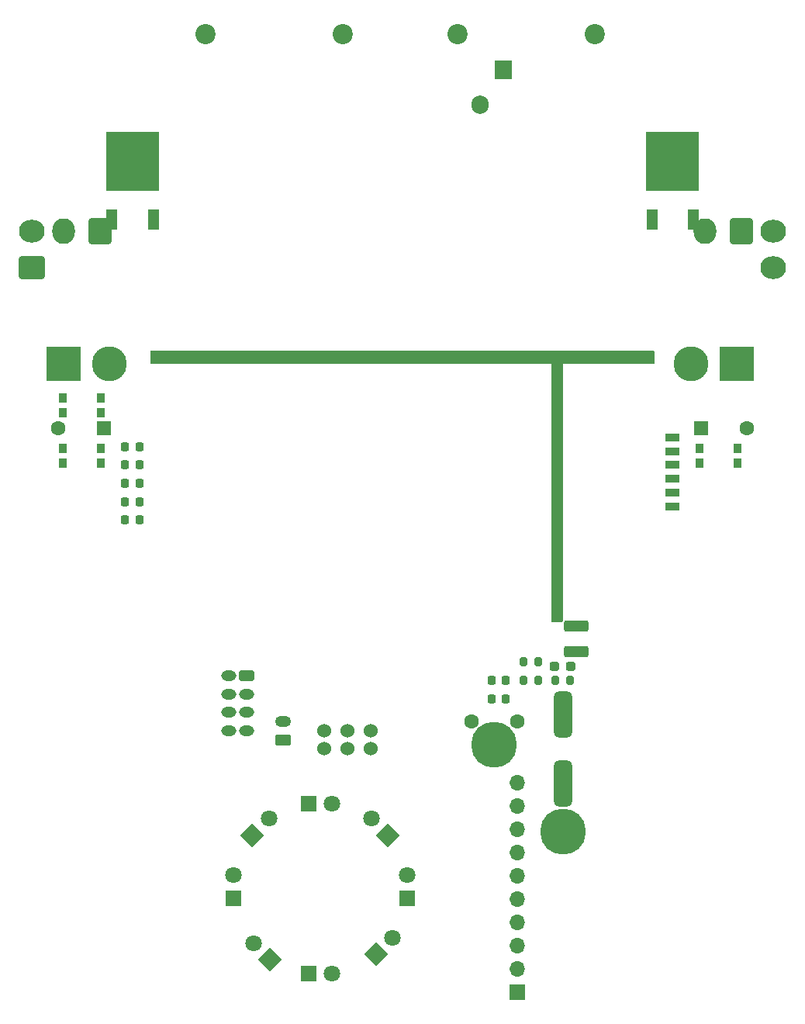
<source format=gbr>
G04 #@! TF.GenerationSoftware,KiCad,Pcbnew,(6.0.8)*
G04 #@! TF.CreationDate,2022-12-14T18:56:55+09:00*
G04 #@! TF.ProjectId,ORION_boost_v3,4f52494f-4e5f-4626-9f6f-73745f76332e,rev?*
G04 #@! TF.SameCoordinates,Original*
G04 #@! TF.FileFunction,Soldermask,Top*
G04 #@! TF.FilePolarity,Negative*
%FSLAX46Y46*%
G04 Gerber Fmt 4.6, Leading zero omitted, Abs format (unit mm)*
G04 Created by KiCad (PCBNEW (6.0.8)) date 2022-12-14 18:56:55*
%MOMM*%
%LPD*%
G01*
G04 APERTURE LIST*
G04 Aperture macros list*
%AMRoundRect*
0 Rectangle with rounded corners*
0 $1 Rounding radius*
0 $2 $3 $4 $5 $6 $7 $8 $9 X,Y pos of 4 corners*
0 Add a 4 corners polygon primitive as box body*
4,1,4,$2,$3,$4,$5,$6,$7,$8,$9,$2,$3,0*
0 Add four circle primitives for the rounded corners*
1,1,$1+$1,$2,$3*
1,1,$1+$1,$4,$5*
1,1,$1+$1,$6,$7*
1,1,$1+$1,$8,$9*
0 Add four rect primitives between the rounded corners*
20,1,$1+$1,$2,$3,$4,$5,0*
20,1,$1+$1,$4,$5,$6,$7,0*
20,1,$1+$1,$6,$7,$8,$9,0*
20,1,$1+$1,$8,$9,$2,$3,0*%
%AMRotRect*
0 Rectangle, with rotation*
0 The origin of the aperture is its center*
0 $1 length*
0 $2 width*
0 $3 Rotation angle, in degrees counterclockwise*
0 Add horizontal line*
21,1,$1,$2,0,0,$3*%
G04 Aperture macros list end*
%ADD10RoundRect,0.218750X0.218750X0.256250X-0.218750X0.256250X-0.218750X-0.256250X0.218750X-0.256250X0*%
%ADD11RoundRect,0.237500X-0.287500X-0.237500X0.287500X-0.237500X0.287500X0.237500X-0.287500X0.237500X0*%
%ADD12O,2.800000X2.460000*%
%ADD13R,3.800000X3.800000*%
%ADD14C,3.800000*%
%ADD15RoundRect,0.200000X-0.200000X-0.275000X0.200000X-0.275000X0.200000X0.275000X-0.200000X0.275000X0*%
%ADD16RoundRect,0.250000X0.625000X-0.350000X0.625000X0.350000X-0.625000X0.350000X-0.625000X-0.350000X0*%
%ADD17O,1.750000X1.200000*%
%ADD18C,1.524000*%
%ADD19RoundRect,0.218750X-0.218750X-0.256250X0.218750X-0.256250X0.218750X0.256250X-0.218750X0.256250X0*%
%ADD20RoundRect,0.200000X0.200000X0.275000X-0.200000X0.275000X-0.200000X-0.275000X0.200000X-0.275000X0*%
%ADD21RoundRect,0.250000X-0.575000X0.350000X-0.575000X-0.350000X0.575000X-0.350000X0.575000X0.350000X0*%
%ADD22O,1.650000X1.200000*%
%ADD23RoundRect,0.250000X1.075000X-0.375000X1.075000X0.375000X-1.075000X0.375000X-1.075000X-0.375000X0*%
%ADD24R,1.700000X1.700000*%
%ADD25O,1.700000X1.700000*%
%ADD26R,0.900000X1.000000*%
%ADD27R,5.800000X6.400000*%
%ADD28R,1.200000X2.200000*%
%ADD29RoundRect,0.500000X-0.500000X2.000000X-0.500000X-2.000000X0.500000X-2.000000X0.500000X2.000000X0*%
%ADD30RoundRect,0.250000X1.150000X-0.980000X1.150000X0.980000X-1.150000X0.980000X-1.150000X-0.980000X0*%
%ADD31C,5.000000*%
%ADD32RoundRect,0.225000X0.575000X-0.225000X0.575000X0.225000X-0.575000X0.225000X-0.575000X-0.225000X0*%
%ADD33R,1.600000X1.600000*%
%ADD34C,1.600000*%
%ADD35RoundRect,0.250000X0.980000X1.150000X-0.980000X1.150000X-0.980000X-1.150000X0.980000X-1.150000X0*%
%ADD36O,2.460000X2.800000*%
%ADD37RotRect,1.800000X1.800000X45.000000*%
%ADD38C,1.800000*%
%ADD39RotRect,1.800000X1.800000X135.000000*%
%ADD40C,2.200000*%
%ADD41R,1.800000X1.800000*%
%ADD42O,1.905000X2.000000*%
%ADD43R,1.905000X2.000000*%
G04 APERTURE END LIST*
D10*
X96287500Y-106000000D03*
X94712500Y-106000000D03*
D11*
X141625000Y-122000000D03*
X143375000Y-122000000D03*
D12*
X165450000Y-78480000D03*
X165450000Y-74520000D03*
D13*
X88000000Y-89000000D03*
D14*
X93000000Y-89000000D03*
D15*
X138175000Y-123500000D03*
X139825000Y-123500000D03*
D16*
X112000000Y-130000000D03*
D17*
X112000000Y-128000000D03*
D10*
X136287500Y-123500000D03*
X134712500Y-123500000D03*
D18*
X121540000Y-130951000D03*
X119000000Y-130951000D03*
X116460000Y-130951000D03*
D19*
X134712500Y-125500000D03*
X136287500Y-125500000D03*
D20*
X143325000Y-123500000D03*
X141675000Y-123500000D03*
D21*
X108000000Y-123000000D03*
D22*
X106000000Y-123000000D03*
X108000000Y-125000000D03*
X106000000Y-125000000D03*
X108000000Y-127000000D03*
X106000000Y-127000000D03*
X108000000Y-129000000D03*
X106000000Y-129000000D03*
D23*
X144000000Y-120400000D03*
X144000000Y-117600000D03*
D24*
X137500000Y-157500000D03*
D25*
X137500000Y-154960000D03*
X137500000Y-152420000D03*
X137500000Y-149880000D03*
X137500000Y-147340000D03*
X137500000Y-144800000D03*
X137500000Y-142260000D03*
X137500000Y-139720000D03*
X137500000Y-137180000D03*
X137500000Y-134640000D03*
D26*
X92050000Y-98200000D03*
X87950000Y-98200000D03*
X92050000Y-99800000D03*
X87950000Y-99800000D03*
D27*
X154500000Y-66900000D03*
D28*
X152220000Y-73200000D03*
X156780000Y-73200000D03*
D10*
X96287500Y-100000000D03*
X94712500Y-100000000D03*
X96287500Y-104000000D03*
X94712500Y-104000000D03*
D29*
X142500000Y-127250000D03*
X142500000Y-134750000D03*
D30*
X84550000Y-78480000D03*
D12*
X84550000Y-74520000D03*
D18*
X116460000Y-129049000D03*
X119000000Y-129049000D03*
X121540000Y-129049000D03*
D10*
X96287500Y-102000000D03*
X94712500Y-102000000D03*
D15*
X138175000Y-121500000D03*
X139825000Y-121500000D03*
D27*
X95500000Y-66900000D03*
D28*
X93220000Y-73200000D03*
X97780000Y-73200000D03*
D13*
X161500000Y-89000000D03*
D14*
X156500000Y-89000000D03*
D10*
X96287500Y-98000000D03*
X94712500Y-98000000D03*
D31*
X142500000Y-140000000D03*
D32*
X154500000Y-104500000D03*
X154500000Y-103000000D03*
X154500000Y-101500000D03*
X154500000Y-100000000D03*
X154500000Y-98500000D03*
X154500000Y-97000000D03*
D26*
X87950000Y-94300000D03*
X92050000Y-94300000D03*
X92050000Y-92700000D03*
X87950000Y-92700000D03*
D31*
X135000000Y-130500000D03*
D26*
X157450000Y-99800000D03*
X161550000Y-99800000D03*
X157450000Y-98200000D03*
X161550000Y-98200000D03*
D33*
X92402651Y-96000000D03*
D34*
X87402651Y-96000000D03*
D33*
X157597349Y-96000000D03*
D34*
X162597349Y-96000000D03*
D35*
X91980000Y-74450000D03*
D36*
X88020000Y-74450000D03*
D37*
X108598439Y-140401561D03*
D38*
X110394490Y-138605510D03*
D39*
X123401561Y-140401561D03*
D38*
X121605510Y-138605510D03*
D40*
X146000000Y-53000000D03*
X131000000Y-53000000D03*
D34*
X132500000Y-128000000D03*
X137500000Y-128000000D03*
D41*
X106500000Y-147275000D03*
D38*
X106500000Y-144735000D03*
D41*
X114725000Y-155500000D03*
D38*
X117265000Y-155500000D03*
D39*
X110500000Y-154000000D03*
D38*
X108703949Y-152203949D03*
D42*
X133500000Y-60717500D03*
D43*
X136040000Y-56907500D03*
D41*
X125500000Y-147275000D03*
D38*
X125500000Y-144735000D03*
D35*
X161980000Y-74450000D03*
D36*
X158020000Y-74450000D03*
D37*
X122098439Y-153401561D03*
D38*
X123894490Y-151605510D03*
D41*
X114725000Y-137000000D03*
D38*
X117265000Y-137000000D03*
D40*
X103500000Y-53000000D03*
X118500000Y-53000000D03*
G36*
X152442121Y-87520002D02*
G01*
X152488614Y-87573658D01*
X152500000Y-87626000D01*
X152500000Y-88874000D01*
X152479998Y-88942121D01*
X152426342Y-88988614D01*
X152374000Y-89000000D01*
X142518115Y-89000000D01*
X142502876Y-89004475D01*
X142501671Y-89005865D01*
X142500000Y-89013548D01*
X142500000Y-117036660D01*
X142479998Y-117104781D01*
X142426342Y-117151274D01*
X142375381Y-117162652D01*
X141383388Y-117173525D01*
X141315052Y-117154271D01*
X141267974Y-117101128D01*
X141256007Y-117047533D01*
X141256007Y-89018115D01*
X141251532Y-89002876D01*
X141250142Y-89001671D01*
X141242459Y-89000000D01*
X97626000Y-89000000D01*
X97557879Y-88979998D01*
X97511386Y-88926342D01*
X97500000Y-88874000D01*
X97500000Y-87626000D01*
X97520002Y-87557879D01*
X97573658Y-87511386D01*
X97626000Y-87500000D01*
X152374000Y-87500000D01*
X152442121Y-87520002D01*
G37*
M02*

</source>
